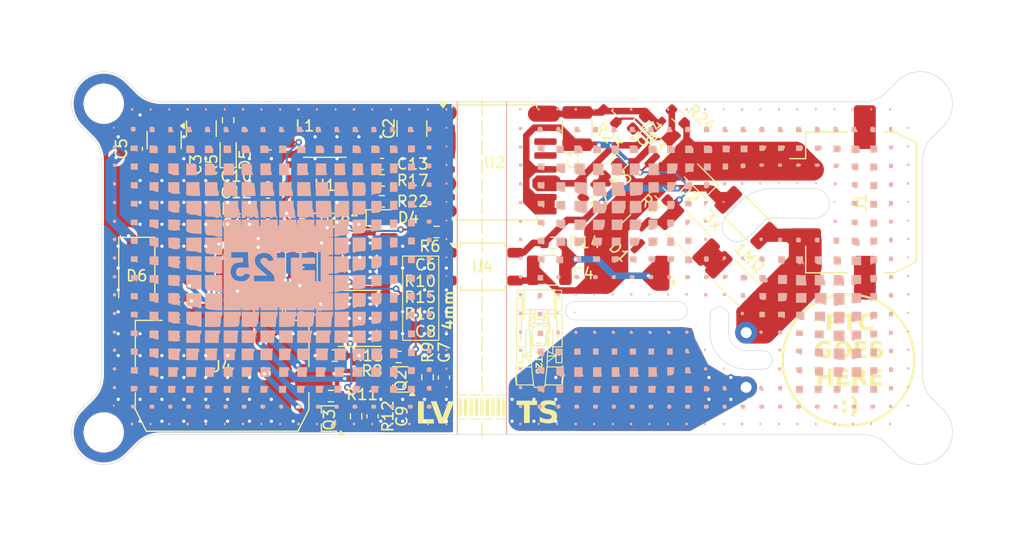
<source format=kicad_pcb>
(kicad_pcb
	(version 20240108)
	(generator "pcbnew")
	(generator_version "8.0")
	(general
		(thickness 1.6)
		(legacy_teardrops no)
	)
	(paper "A4")
	(layers
		(0 "F.Cu" signal)
		(31 "B.Cu" signal)
		(32 "B.Adhes" user "B.Adhesive")
		(33 "F.Adhes" user "F.Adhesive")
		(34 "B.Paste" user)
		(35 "F.Paste" user)
		(36 "B.SilkS" user "B.Silkscreen")
		(37 "F.SilkS" user "F.Silkscreen")
		(38 "B.Mask" user)
		(39 "F.Mask" user)
		(40 "Dwgs.User" user "User.Drawings")
		(41 "Cmts.User" user "User.Comments")
		(42 "Eco1.User" user "User.Eco1")
		(43 "Eco2.User" user "User.Eco2")
		(44 "Edge.Cuts" user)
		(45 "Margin" user)
		(46 "B.CrtYd" user "B.Courtyard")
		(47 "F.CrtYd" user "F.Courtyard")
		(48 "B.Fab" user)
		(49 "F.Fab" user)
		(50 "User.1" user)
		(51 "User.2" user)
		(52 "User.3" user)
		(53 "User.4" user)
		(54 "User.5" user)
		(55 "User.6" user)
		(56 "User.7" user)
		(57 "User.8" user)
		(58 "User.9" user)
	)
	(setup
		(stackup
			(layer "F.SilkS"
				(type "Top Silk Screen")
				(color "White")
			)
			(layer "F.Paste"
				(type "Top Solder Paste")
			)
			(layer "F.Mask"
				(type "Top Solder Mask")
				(color "Black")
				(thickness 0.01)
			)
			(layer "F.Cu"
				(type "copper")
				(thickness 0.035)
			)
			(layer "dielectric 1"
				(type "core")
				(color "FR4 natural")
				(thickness 1.51)
				(material "FR4")
				(epsilon_r 4.5)
				(loss_tangent 0.02)
			)
			(layer "B.Cu"
				(type "copper")
				(thickness 0.035)
			)
			(layer "B.Mask"
				(type "Bottom Solder Mask")
				(color "Black")
				(thickness 0.01)
			)
			(layer "B.Paste"
				(type "Bottom Solder Paste")
			)
			(layer "B.SilkS"
				(type "Bottom Silk Screen")
				(color "White")
			)
			(copper_finish "None")
			(dielectric_constraints no)
		)
		(pad_to_mask_clearance 0)
		(allow_soldermask_bridges_in_footprints no)
		(pcbplotparams
			(layerselection 0x00010fc_ffffffff)
			(plot_on_all_layers_selection 0x0000000_00000000)
			(disableapertmacros no)
			(usegerberextensions no)
			(usegerberattributes yes)
			(usegerberadvancedattributes yes)
			(creategerberjobfile yes)
			(dashed_line_dash_ratio 12.000000)
			(dashed_line_gap_ratio 3.000000)
			(svgprecision 4)
			(plotframeref no)
			(viasonmask no)
			(mode 1)
			(useauxorigin no)
			(hpglpennumber 1)
			(hpglpenspeed 20)
			(hpglpendiameter 15.000000)
			(pdf_front_fp_property_popups yes)
			(pdf_back_fp_property_popups yes)
			(dxfpolygonmode yes)
			(dxfimperialunits yes)
			(dxfusepcbnewfont yes)
			(psnegative no)
			(psa4output no)
			(plotreference yes)
			(plotvalue yes)
			(plotfptext yes)
			(plotinvisibletext no)
			(sketchpadsonfab no)
			(subtractmaskfromsilk no)
			(outputformat 1)
			(mirror no)
			(drillshape 1)
			(scaleselection 1)
			(outputdirectory "")
		)
	)
	(net 0 "")
	(net 1 "HV-")
	(net 2 "GND")
	(net 3 "Net-(U5-VO)")
	(net 4 "Net-(Q1-G)")
	(net 5 "+BATT")
	(net 6 "/RED_EN")
	(net 7 "/RED_Low")
	(net 8 "/GREEN_EN")
	(net 9 "/GREEN_Low")
	(net 10 "Net-(U1-CV)")
	(net 11 "/TRIG")
	(net 12 "/TS_Active")
	(net 13 "/Vdiv")
	(net 14 "Net-(D2-K)")
	(net 15 "Net-(D3-A)")
	(net 16 "Net-(D4-A)")
	(net 17 "HV+")
	(net 18 "/TS_OFF")
	(net 19 "/SDC")
	(net 20 "/RED_High")
	(net 21 "/GREEN_High")
	(net 22 "Net-(Q1-D)")
	(net 23 "Net-(Q2-G)")
	(net 24 "Net-(Q3-G)")
	(net 25 "Net-(R1-Pad1)")
	(net 26 "Net-(R6-Pad2)")
	(net 27 "/TS>60V")
	(net 28 "Net-(U6-ISET)")
	(net 29 "Net-(U7-ISET)")
	(net 30 "Net-(U1-DIS)")
	(net 31 "unconnected-(U2-OUTC-Pad5)")
	(net 32 "unconnected-(U2-OUTB-Pad13)")
	(net 33 "unconnected-(U2-OUTA-Pad14)")
	(net 34 "unconnected-(U2-NC-Pad7)")
	(net 35 "+3V3_HV")
	(net 36 "Net-(D5-A)")
	(net 37 "/Vref")
	(net 38 "Net-(D6-A)")
	(net 39 "unconnected-(U5-NC-Pad4)")
	(net 40 "+5V")
	(net 41 "unconnected-(U5-NC-Pad5)")
	(net 42 "unconnected-(D1-NC-Pad2)")
	(net 43 "unconnected-(J1-PadMP)")
	(net 44 "unconnected-(J1-PadMP)_1")
	(footprint "Capacitor_SMD:C_0603_1608Metric" (layer "F.Cu") (at 156.745 67.5 180))
	(footprint "Capacitor_SMD:C_0603_1608Metric" (layer "F.Cu") (at 187.6 50.7 -135))
	(footprint "Connector_Molex:Molex_Micro-Fit_3.0_43045-0810_2x04-1MP_P3.00mm_Horizontal" (layer "F.Cu") (at 149.5 66.415 180))
	(footprint "Resistor_SMD:R_0603_1608Metric" (layer "F.Cu") (at 159.8 72 180))
	(footprint "Resistor_SMD:R_0603_1608Metric" (layer "F.Cu") (at 164.0975 57.9 180))
	(footprint "Package_TO_SOT_SMD:TO-263-2" (layer "F.Cu") (at 187.1 72.675 -90))
	(footprint "Resistor_SMD:R_0603_1608Metric" (layer "F.Cu") (at 165.625 72.125 180))
	(footprint "Resistor_SMD:R_0603_1608Metric" (layer "F.Cu") (at 191.15 50.15 -45))
	(footprint "Resistor_SMD:R_2010_5025Metric" (layer "F.Cu") (at 192.105552 60.905552 -45))
	(footprint "Resistor_SMD:R_0603_1608Metric" (layer "F.Cu") (at 161.75 77.55 90))
	(footprint "Resistor_SMD:R_0603_1608Metric" (layer "F.Cu") (at 189.6 57.2 135))
	(footprint "Package_SO:SOIC-8_3.9x4.9mm_P1.27mm" (layer "F.Cu") (at 158.885 56.435 180))
	(footprint "Resistor_SMD:R_0603_1608Metric" (layer "F.Cu") (at 159.45 75.7 180))
	(footprint "Resistor_SMD:R_0603_1608Metric" (layer "F.Cu") (at 184.9 50.133363 -45))
	(footprint "Package_SO:HSOP-8-1EP_3.9x4.9mm_P1.27mm_EP2.41x3.1mm_ThermalVias" (layer "F.Cu") (at 162.075 68.6))
	(footprint "Resistor_SMD:R_0603_1608Metric" (layer "F.Cu") (at 156.75 63))
	(footprint "Capacitor_SMD:C_0603_1608Metric" (layer "F.Cu") (at 169.775 74 -90))
	(footprint "Resistor_SMD:R_2010_5025Metric" (layer "F.Cu") (at 196.535184 65.335184 -45))
	(footprint "Capacitor_SMD:C_1210_3225Metric" (layer "F.Cu") (at 181.95 51.25 -90))
	(footprint "LED_SMD:LED_0603_1608Metric" (layer "F.Cu") (at 185.043153 55.056847 -135))
	(footprint "Package_TO_SOT_SMD:SOT-323_SC-70" (layer "F.Cu") (at 165.825 74.175 180))
	(footprint "Connector_PinHeader_2.54mm:PinHeader_1x02_P2.54mm_Vertical" (layer "F.Cu") (at 197.4 72.4))
	(footprint "Capacitor_SMD:C_1210_3225Metric" (layer "F.Cu") (at 166.85 51.25 -90))
	(footprint "Package_TO_SOT_SMD:SOT-23-5_HandSoldering" (layer "F.Cu") (at 189.1 52.5 45))
	(footprint "Resistor_SMD:R_0603_1608Metric" (layer "F.Cu") (at 156.75 64.465))
	(footprint "Package_SO:SOP-4_3.8x4.1mm_P2.54mm" (layer "F.Cu") (at 173.3 63.87))
	(footprint "Connector_Molex:Molex_Micro-Fit_3.0_43650-0310_1x03-1MP_P3.00mm_Horizontal" (layer "F.Cu") (at 207.9 58 -90))
	(footprint "Package_TO_SOT_SMD:SOT-323_SC-70" (layer "F.Cu") (at 159.3 77.75 180))
	(footprint "MountingHole:MountingHole_3.2mm_M3" (layer "F.Cu") (at 138.67868 48.97868 180))
	(footprint "Resistor_SMD:R_0603_1608Metric" (layer "F.Cu") (at 156.745 66 180))
	(footprint "Capacitor_SMD:C_0603_1608Metric" (layer "F.Cu") (at 153.685 57.1 180))
	(footprint "MountingHole:MountingHole_3.2mm_M3" (layer "F.Cu") (at 213.32132 79.02132))
	(footprint "Resistor_SMD:R_0603_1608Metric" (layer "F.Cu") (at 164.0975 55.985 180))
	(footprint "Resistor_SMD:R_0603_1608Metric" (layer "F.Cu") (at 150.05 50.475 -90))
	(footprint "Capacitor_SMD:C_0603_1608Metric" (layer "F.Cu") (at 141.7 53.1 -90))
	(footprint "Resistor_SMD:R_0603_1608Metric" (layer "F.Cu") (at 153.685 58.6 180))
	(footprint "Capacitor_SMD:C_0603_1608Metric" (layer "F.Cu") (at 163.25 77.55 -90))
	(footprint "Diode_SMD:D_SOD-323" (layer "F.Cu") (at 193.1 55.825 135))
	(footprint "MountingHole:MountingHole_3.2mm_M3" (layer "F.Cu") (at 138.67868 79.02132 -90))
	(footprint "Resistor_SMD:R_0603_1608Metric" (layer "F.Cu") (at 183.1 57 45))
	(footprint "Package_SO:SOIC-16W_7.5x10.3mm_P1.27mm"
		(layer "F.Cu")
		(uuid "a41e1a9c-908b-49bf-8927-63032ed814bb")
		(at 174.4 54.345)
		(descr "SOIC, 16 Pin (JEDEC MS-013AA, https://www.analog.com/media/en/package-pcb-resources/package/pkg_pdf/soic_wide-rw/rw_16.pdf), generated with kicad-footprint-generator ipc_gullwing_generator.py")
		(tags "SOIC SO")
		(property "Reference" "U2"
			(at 0 -0.005 0)
			(layer "F.SilkS")
			(uuid "a2505e79-6b69-49e0-8e85-872e6bf30495")
			(effects
				(font
					(size 1 1)
					(thickness 0.15)
				)
			)
		)
		(property "Value" "18024215401L"
			(at 0 6.1 0)
			(layer "F.Fab")
			(uuid "996a7646-e8fe-4c18-b5f6-b49a67b34e4c")
			(effects
				(font
					(size 1 1)
					(thickness 0.15)
				)
			)
		)
		(property "Footprint" "Package_SO:SOIC-16W_7.5x10.3mm_P1.27mm"
			(at 0 0 0)
			(unlocked yes)
			(layer "F.Fab")
			(hide yes)
			(uuid "f365419b-21e4-4ee1-8c78-52fcbbe82b8f")
			(effects
				(font
					(size 1.27 1.27)
					(thickness 0.15)
				)
			)
		)
		(property "Datasheet" "https://www.we-online.com/components/products/datasheet/18024215401H.pdf"
			(at 0 0 0)
			(unlocked yes)
			(layer "F.Fab")
			(hide yes)
			(uuid "eca51651-59b7-48dd-862f-b1c922d9d190")
			(effects
				(font
					(size 1.27 1.27)
					(thickness 0.15)
				)
			)
		)
		(property "Description" ""
			(at 0 0 0)
			(unlocked yes)
			(layer "F.Fab")
			(hide yes)
			(uuid "c0c67fd9-fb34-4fe9-bd89-0b8875c
... [821319 chars truncated]
</source>
